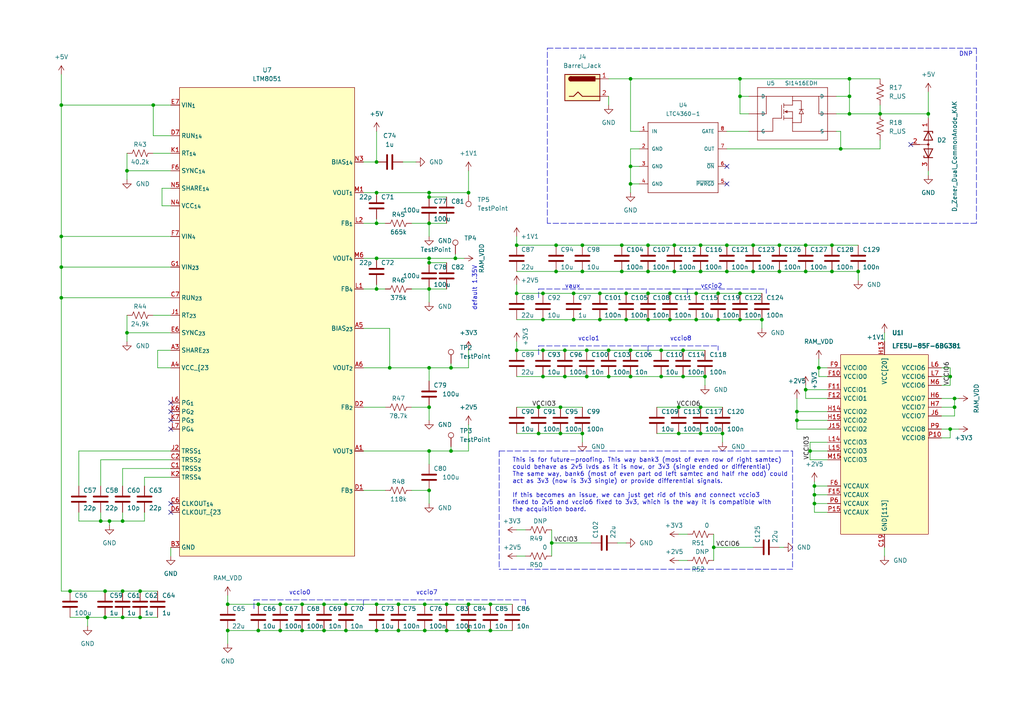
<source format=kicad_sch>
(kicad_sch (version 20211123) (generator eeschema)
  (paper "A4")
  (title_block (title "ECP5U85-BSE-USB Breakout board") (date "2022-02-02") (rev "A") (company "OEPS") (comment 1 "Aarón Cuevas López"))
  (junction (at 36.83 49.53))
  (junction (at 241.3 71.12))
  (junction (at 40.64 179.07))
  (junction (at 195.58 78.74))
  (junction (at 233.68 71.12))
  (junction (at 124.46 76.2))
  (junction (at 123.19 175.26))
  (junction (at 214.63 85.09))
  (junction (at 93.98 175.26))
  (junction (at 161.29 71.12))
  (junction (at 161.29 78.74))
  (junction (at 237.49 106.68))
  (junction (at 115.57 182.88))
  (junction (at 113.03 106.68))
  (junction (at 40.64 171.45))
  (junction (at 208.28 92.71))
  (junction (at 109.22 182.88))
  (junction (at 17.78 68.58))
  (junction (at 204.47 109.22))
  (junction (at 198.12 109.22))
  (junction (at 203.2 125.73))
  (junction (at 168.91 125.73))
  (junction (at 160.02 157.48))
  (junction (at 130.81 106.68))
  (junction (at 187.96 92.71))
  (junction (at 234.95 130.81))
  (junction (at 187.96 78.74))
  (junction (at 170.18 109.22))
  (junction (at 201.93 92.71))
  (junction (at 35.56 171.45))
  (junction (at 246.38 22.86))
  (junction (at 218.44 71.12))
  (junction (at 166.37 92.71))
  (junction (at 129.54 175.26))
  (junction (at 209.55 125.73))
  (junction (at 20.32 171.45))
  (junction (at 233.68 78.74))
  (junction (at 17.78 77.47))
  (junction (at 220.98 92.71))
  (junction (at 135.89 175.26))
  (junction (at 135.89 55.88))
  (junction (at 180.34 78.74))
  (junction (at 157.48 92.71))
  (junction (at 210.82 71.12))
  (junction (at 195.58 71.12))
  (junction (at 35.56 179.07))
  (junction (at 214.63 22.86))
  (junction (at 201.93 85.09))
  (junction (at 124.46 55.88))
  (junction (at 182.88 109.22))
  (junction (at 124.46 106.68))
  (junction (at 135.89 182.88))
  (junction (at 194.31 85.09))
  (junction (at 182.88 101.6))
  (junction (at 124.46 74.93))
  (junction (at 168.91 78.74))
  (junction (at 130.81 130.81))
  (junction (at 17.78 86.36))
  (junction (at 109.22 74.93))
  (junction (at 181.61 85.09))
  (junction (at 30.48 179.07))
  (junction (at 196.85 118.11))
  (junction (at 276.86 118.11))
  (junction (at 241.3 78.74))
  (junction (at 182.88 22.86))
  (junction (at 163.83 109.22))
  (junction (at 66.04 175.26))
  (junction (at 166.37 85.09))
  (junction (at 194.31 92.71))
  (junction (at 157.48 109.22))
  (junction (at 109.22 46.99))
  (junction (at 275.59 109.22))
  (junction (at 182.88 48.26))
  (junction (at 236.22 143.51))
  (junction (at 124.46 64.77))
  (junction (at 233.68 113.03))
  (junction (at 25.4 179.07))
  (junction (at 168.91 71.12))
  (junction (at 176.53 101.6))
  (junction (at 149.86 101.6))
  (junction (at 203.2 118.11))
  (junction (at 176.53 109.22))
  (junction (at 30.48 171.45))
  (junction (at 29.21 151.13))
  (junction (at 87.63 175.26))
  (junction (at 124.46 118.11))
  (junction (at 124.46 142.24))
  (junction (at 109.22 175.26))
  (junction (at 276.86 115.57))
  (junction (at 173.99 92.71))
  (junction (at 31.75 151.13))
  (junction (at 198.12 101.6))
  (junction (at 275.59 124.46))
  (junction (at 81.28 175.26))
  (junction (at 109.22 55.88))
  (junction (at 170.18 101.6))
  (junction (at 124.46 57.15))
  (junction (at 156.21 125.73))
  (junction (at 124.46 130.81))
  (junction (at 100.33 175.26))
  (junction (at 35.56 151.13))
  (junction (at 231.14 121.92))
  (junction (at 149.86 85.09))
  (junction (at 66.04 182.88))
  (junction (at 182.88 53.34))
  (junction (at 226.06 71.12))
  (junction (at 149.86 71.12))
  (junction (at 74.93 182.88))
  (junction (at 196.85 125.73))
  (junction (at 248.92 78.74))
  (junction (at 162.56 118.11))
  (junction (at 123.19 182.88))
  (junction (at 162.56 125.73))
  (junction (at 142.24 175.26))
  (junction (at 243.84 43.18))
  (junction (at 269.24 33.02))
  (junction (at 208.28 85.09))
  (junction (at 36.83 96.52))
  (junction (at 187.96 71.12))
  (junction (at 210.82 78.74))
  (junction (at 93.98 182.88))
  (junction (at 181.61 92.71))
  (junction (at 203.2 71.12))
  (junction (at 44.45 30.48))
  (junction (at 87.63 182.88))
  (junction (at 187.96 85.09))
  (junction (at 226.06 78.74))
  (junction (at 81.28 182.88))
  (junction (at 246.38 33.02))
  (junction (at 74.93 175.26))
  (junction (at 100.33 182.88))
  (junction (at 142.24 182.88))
  (junction (at 191.77 101.6))
  (junction (at 157.48 101.6))
  (junction (at 109.22 64.77))
  (junction (at 163.83 101.6))
  (junction (at 191.77 109.22))
  (junction (at 124.46 83.82))
  (junction (at 109.22 83.82))
  (junction (at 17.78 30.48))
  (junction (at 180.34 71.12))
  (junction (at 236.22 146.05))
  (junction (at 231.14 119.38))
  (junction (at 129.54 182.88))
  (junction (at 218.44 78.74))
  (junction (at 115.57 175.26))
  (junction (at 246.38 27.94))
  (junction (at 214.63 92.71))
  (junction (at 132.08 74.93))
  (junction (at 156.21 118.11))
  (junction (at 255.27 33.02))
  (junction (at 173.99 85.09))
  (junction (at 207.01 158.75))
  (junction (at 203.2 78.74))
  (junction (at 236.22 140.97))
  (junction (at 157.48 85.09))
  (junction (at 214.63 27.94))
  (no_connect (at 49.53 146.05))
  (no_connect (at 49.53 148.59))
  (no_connect (at 49.53 124.46))
  (no_connect (at 49.53 116.84))
  (no_connect (at 49.53 119.38))
  (no_connect (at 49.53 121.92))
  (no_connect (at 210.82 53.34))
  (no_connect (at 210.82 48.26))
  (no_connect (at 264.16 41.91))
  (wire (pts (xy 214.63 27.94) (xy 217.17 27.94)))
  (wire (pts (xy 109.22 175.26) (xy 115.57 175.26)))
  (wire (pts (xy 132.08 74.93) (xy 134.62 74.93)))
  (wire (pts (xy 191.77 109.22) (xy 198.12 109.22)))
  (wire (pts (xy 17.78 30.48) (xy 44.45 30.48)))
  (wire (pts (xy 132.08 73.66) (xy 132.08 74.93)))
  (wire (pts (xy 29.21 133.35) (xy 29.21 140.97)))
  (wire (pts (xy 17.78 86.36) (xy 17.78 171.45)))
  (wire (pts (xy 246.38 33.02) (xy 246.38 27.94)))
  (wire (pts (xy 41.91 148.59) (xy 41.91 151.13)))
  (wire (pts (xy 226.06 158.75) (xy 227.33 158.75)))
  (wire (pts (xy 109.22 83.82) (xy 111.76 83.82)))
  (wire (pts (xy 176.53 109.22) (xy 182.88 109.22)))
  (wire (pts (xy 93.98 182.88) (xy 100.33 182.88)))
  (wire (pts (xy 275.59 127) (xy 275.59 124.46)))
  (wire (pts (xy 242.57 38.1) (xy 243.84 38.1)))
  (wire (pts (xy 81.28 175.26) (xy 87.63 175.26)))
  (wire (pts (xy 105.41 64.77) (xy 109.22 64.77)))
  (polyline (pts (xy 187.96 100.33) (xy 208.28 100.33)))
  (wire (pts (xy 201.93 92.71) (xy 208.28 92.71)))
  (wire (pts (xy 109.22 182.88) (xy 115.57 182.88)))
  (wire (pts (xy 46.99 59.69) (xy 49.53 59.69)))
  (wire (pts (xy 236.22 143.51) (xy 240.03 143.51)))
  (wire (pts (xy 168.91 78.74) (xy 180.34 78.74)))
  (wire (pts (xy 124.46 64.77) (xy 129.54 64.77)))
  (wire (pts (xy 190.5 125.73) (xy 196.85 125.73)))
  (wire (pts (xy 119.38 142.24) (xy 124.46 142.24)))
  (wire (pts (xy 25.4 179.07) (xy 30.48 179.07)))
  (wire (pts (xy 255.27 33.02) (xy 269.24 33.02)))
  (wire (pts (xy 46.99 54.61) (xy 46.99 59.69)))
  (wire (pts (xy 173.99 85.09) (xy 181.61 85.09)))
  (wire (pts (xy 180.34 78.74) (xy 187.96 78.74)))
  (polyline (pts (xy 156.21 100.33) (xy 187.96 100.33)))
  (wire (pts (xy 275.59 109.22) (xy 275.59 106.68)))
  (wire (pts (xy 81.28 182.88) (xy 87.63 182.88)))
  (wire (pts (xy 166.37 92.71) (xy 173.99 92.71)))
  (wire (pts (xy 207.01 158.75) (xy 207.01 154.94)))
  (wire (pts (xy 218.44 78.74) (xy 226.06 78.74)))
  (wire (pts (xy 113.03 95.25) (xy 113.03 106.68)))
  (wire (pts (xy 217.17 33.02) (xy 214.63 33.02)))
  (wire (pts (xy 105.41 142.24) (xy 111.76 142.24)))
  (wire (pts (xy 182.88 109.22) (xy 191.77 109.22)))
  (wire (pts (xy 44.45 44.45) (xy 49.53 44.45)))
  (wire (pts (xy 168.91 125.73) (xy 168.91 128.27)))
  (wire (pts (xy 207.01 162.56) (xy 207.01 158.75)))
  (wire (pts (xy 129.54 175.26) (xy 135.89 175.26)))
  (wire (pts (xy 49.53 39.37) (xy 44.45 39.37)))
  (wire (pts (xy 214.63 92.71) (xy 220.98 92.71)))
  (wire (pts (xy 17.78 171.45) (xy 20.32 171.45)))
  (wire (pts (xy 109.22 82.55) (xy 109.22 83.82)))
  (wire (pts (xy 204.47 109.22) (xy 204.47 111.76)))
  (wire (pts (xy 163.83 101.6) (xy 170.18 101.6)))
  (wire (pts (xy 157.48 109.22) (xy 163.83 109.22)))
  (wire (pts (xy 45.72 101.6) (xy 45.72 106.68)))
  (polyline (pts (xy 199.39 83.82) (xy 222.25 83.82)))
  (wire (pts (xy 35.56 179.07) (xy 40.64 179.07)))
  (polyline (pts (xy 283.21 64.77) (xy 158.75 64.77)))
  (wire (pts (xy 35.56 151.13) (xy 41.91 151.13)))
  (wire (pts (xy 181.61 92.71) (xy 187.96 92.71)))
  (polyline (pts (xy 105.41 173.99) (xy 152.4 173.99)))
  (wire (pts (xy 248.92 78.74) (xy 248.92 81.28)))
  (wire (pts (xy 166.37 85.09) (xy 173.99 85.09)))
  (wire (pts (xy 236.22 140.97) (xy 240.03 140.97)))
  (wire (pts (xy 130.81 130.81) (xy 135.89 130.81)))
  (wire (pts (xy 168.91 71.12) (xy 180.34 71.12)))
  (wire (pts (xy 246.38 33.02) (xy 255.27 33.02)))
  (wire (pts (xy 203.2 71.12) (xy 210.82 71.12)))
  (wire (pts (xy 149.86 101.6) (xy 157.48 101.6)))
  (wire (pts (xy 31.75 151.13) (xy 31.75 152.4)))
  (wire (pts (xy 198.12 109.22) (xy 204.47 109.22)))
  (wire (pts (xy 130.81 106.68) (xy 135.89 106.68)))
  (wire (pts (xy 240.03 128.27) (xy 234.95 128.27)))
  (wire (pts (xy 149.86 99.06) (xy 149.86 101.6)))
  (wire (pts (xy 93.98 175.26) (xy 100.33 175.26)))
  (wire (pts (xy 269.24 26.67) (xy 269.24 33.02)))
  (wire (pts (xy 49.53 101.6) (xy 45.72 101.6)))
  (wire (pts (xy 275.59 111.76) (xy 275.59 109.22)))
  (wire (pts (xy 170.18 101.6) (xy 176.53 101.6)))
  (wire (pts (xy 124.46 57.15) (xy 129.54 57.15)))
  (wire (pts (xy 236.22 146.05) (xy 240.03 146.05)))
  (wire (pts (xy 187.96 85.09) (xy 194.31 85.09)))
  (wire (pts (xy 275.59 124.46) (xy 278.13 124.46)))
  (wire (pts (xy 203.2 118.11) (xy 209.55 118.11)))
  (wire (pts (xy 182.88 53.34) (xy 182.88 55.88)))
  (wire (pts (xy 255.27 30.48) (xy 255.27 33.02)))
  (wire (pts (xy 149.86 71.12) (xy 161.29 71.12)))
  (wire (pts (xy 170.18 109.22) (xy 176.53 109.22)))
  (wire (pts (xy 182.88 48.26) (xy 185.42 48.26)))
  (wire (pts (xy 149.86 161.29) (xy 152.4 161.29)))
  (wire (pts (xy 87.63 182.88) (xy 93.98 182.88)))
  (wire (pts (xy 40.64 179.07) (xy 45.72 179.07)))
  (wire (pts (xy 246.38 22.86) (xy 255.27 22.86)))
  (wire (pts (xy 234.95 130.81) (xy 240.03 130.81)))
  (wire (pts (xy 105.41 118.11) (xy 111.76 118.11)))
  (wire (pts (xy 105.41 130.81) (xy 124.46 130.81)))
  (wire (pts (xy 100.33 182.88) (xy 109.22 182.88)))
  (wire (pts (xy 135.89 123.19) (xy 135.89 130.81)))
  (wire (pts (xy 187.96 92.71) (xy 194.31 92.71)))
  (wire (pts (xy 214.63 22.86) (xy 246.38 22.86)))
  (wire (pts (xy 135.89 175.26) (xy 142.24 175.26)))
  (wire (pts (xy 214.63 33.02) (xy 214.63 27.94)))
  (wire (pts (xy 240.03 121.92) (xy 231.14 121.92)))
  (wire (pts (xy 123.19 182.88) (xy 115.57 182.88)))
  (polyline (pts (xy 152.4 173.99) (xy 152.4 175.26)))
  (wire (pts (xy 119.38 118.11) (xy 124.46 118.11)))
  (wire (pts (xy 273.05 124.46) (xy 275.59 124.46)))
  (wire (pts (xy 220.98 92.71) (xy 220.98 95.25)))
  (wire (pts (xy 273.05 109.22) (xy 275.59 109.22)))
  (wire (pts (xy 187.96 71.12) (xy 195.58 71.12)))
  (wire (pts (xy 236.22 146.05) (xy 236.22 148.59)))
  (wire (pts (xy 273.05 111.76) (xy 275.59 111.76)))
  (wire (pts (xy 124.46 74.93) (xy 124.46 76.2)))
  (wire (pts (xy 269.24 33.02) (xy 269.24 34.29)))
  (wire (pts (xy 135.89 101.6) (xy 135.89 106.68)))
  (wire (pts (xy 124.46 130.81) (xy 124.46 134.62)))
  (wire (pts (xy 180.34 71.12) (xy 187.96 71.12)))
  (polyline (pts (xy 229.87 165.1) (xy 144.78 165.1)))
  (wire (pts (xy 233.68 78.74) (xy 241.3 78.74)))
  (wire (pts (xy 182.88 48.26) (xy 182.88 53.34)))
  (wire (pts (xy 45.72 106.68) (xy 49.53 106.68)))
  (wire (pts (xy 105.41 95.25) (xy 113.03 95.25)))
  (wire (pts (xy 149.86 68.58) (xy 149.86 71.12)))
  (wire (pts (xy 240.03 124.46) (xy 231.14 124.46)))
  (wire (pts (xy 87.63 175.26) (xy 93.98 175.26)))
  (wire (pts (xy 207.01 158.75) (xy 218.44 158.75)))
  (wire (pts (xy 241.3 71.12) (xy 248.92 71.12)))
  (wire (pts (xy 269.24 49.53) (xy 269.24 50.8)))
  (polyline (pts (xy 156.21 86.36) (xy 156.21 83.82)))
  (wire (pts (xy 100.33 175.26) (xy 109.22 175.26)))
  (wire (pts (xy 36.83 49.53) (xy 49.53 49.53)))
  (wire (pts (xy 157.48 92.71) (xy 166.37 92.71)))
  (polyline (pts (xy 283.21 13.97) (xy 283.21 64.77)))
  (wire (pts (xy 129.54 182.88) (xy 135.89 182.88)))
  (wire (pts (xy 149.86 85.09) (xy 157.48 85.09)))
  (wire (pts (xy 119.38 83.82) (xy 124.46 83.82)))
  (wire (pts (xy 162.56 125.73) (xy 168.91 125.73)))
  (wire (pts (xy 176.53 101.6) (xy 182.88 101.6)))
  (wire (pts (xy 41.91 138.43) (xy 41.91 140.97)))
  (wire (pts (xy 124.46 106.68) (xy 130.81 106.68)))
  (wire (pts (xy 208.28 92.71) (xy 214.63 92.71)))
  (wire (pts (xy 49.53 138.43) (xy 41.91 138.43)))
  (wire (pts (xy 149.86 82.55) (xy 149.86 85.09)))
  (wire (pts (xy 201.93 85.09) (xy 208.28 85.09)))
  (wire (pts (xy 182.88 43.18) (xy 182.88 48.26)))
  (wire (pts (xy 196.85 118.11) (xy 203.2 118.11)))
  (wire (pts (xy 240.03 115.57) (xy 233.68 115.57)))
  (wire (pts (xy 105.41 55.88) (xy 109.22 55.88)))
  (wire (pts (xy 124.46 118.11) (xy 124.46 121.92)))
  (polyline (pts (xy 229.87 130.81) (xy 229.87 165.1)))
  (wire (pts (xy 203.2 78.74) (xy 210.82 78.74)))
  (wire (pts (xy 109.22 74.93) (xy 124.46 74.93)))
  (wire (pts (xy 124.46 55.88) (xy 124.46 57.15)))
  (wire (pts (xy 74.93 182.88) (xy 81.28 182.88)))
  (wire (pts (xy 49.53 130.81) (xy 22.86 130.81)))
  (wire (pts (xy 156.21 125.73) (xy 162.56 125.73)))
  (wire (pts (xy 36.83 96.52) (xy 36.83 99.06)))
  (wire (pts (xy 210.82 71.12) (xy 218.44 71.12)))
  (wire (pts (xy 255.27 43.18) (xy 255.27 40.64)))
  (wire (pts (xy 182.88 22.86) (xy 214.63 22.86)))
  (wire (pts (xy 196.85 154.94) (xy 199.39 154.94)))
  (wire (pts (xy 243.84 43.18) (xy 255.27 43.18)))
  (polyline (pts (xy 73.66 176.53) (xy 73.66 173.99)))
  (polyline (pts (xy 195.58 83.82) (xy 199.39 83.82)))
  (wire (pts (xy 29.21 148.59) (xy 29.21 151.13)))
  (polyline (pts (xy 144.78 130.81) (xy 144.78 165.1)))
  (wire (pts (xy 124.46 64.77) (xy 124.46 68.58)))
  (wire (pts (xy 231.14 119.38) (xy 231.14 115.57)))
  (wire (pts (xy 234.95 130.81) (xy 234.95 133.35)))
  (wire (pts (xy 109.22 63.5) (xy 109.22 64.77)))
  (wire (pts (xy 160.02 161.29) (xy 160.02 157.48)))
  (wire (pts (xy 240.03 148.59) (xy 236.22 148.59)))
  (wire (pts (xy 182.88 101.6) (xy 191.77 101.6)))
  (wire (pts (xy 276.86 115.57) (xy 278.13 115.57)))
  (wire (pts (xy 160.02 157.48) (xy 160.02 153.67)))
  (wire (pts (xy 233.68 71.12) (xy 241.3 71.12)))
  (wire (pts (xy 246.38 27.94) (xy 246.38 22.86)))
  (wire (pts (xy 44.45 30.48) (xy 49.53 30.48)))
  (wire (pts (xy 179.07 157.48) (xy 181.61 157.48)))
  (wire (pts (xy 124.46 142.24) (xy 124.46 146.05)))
  (wire (pts (xy 36.83 44.45) (xy 36.83 49.53)))
  (wire (pts (xy 237.49 106.68) (xy 237.49 109.22)))
  (wire (pts (xy 214.63 85.09) (xy 220.98 85.09)))
  (wire (pts (xy 156.21 118.11) (xy 162.56 118.11)))
  (wire (pts (xy 240.03 119.38) (xy 231.14 119.38)))
  (wire (pts (xy 113.03 106.68) (xy 124.46 106.68)))
  (wire (pts (xy 36.83 49.53) (xy 36.83 52.07)))
  (wire (pts (xy 17.78 77.47) (xy 17.78 68.58)))
  (wire (pts (xy 181.61 85.09) (xy 187.96 85.09)))
  (polyline (pts (xy 144.78 130.81) (xy 229.87 130.81)))
  (polyline (pts (xy 158.75 13.97) (xy 283.21 13.97)))
  (wire (pts (xy 149.86 92.71) (xy 157.48 92.71)))
  (wire (pts (xy 44.45 39.37) (xy 44.45 30.48)))
  (wire (pts (xy 203.2 125.73) (xy 209.55 125.73)))
  (wire (pts (xy 242.57 33.02) (xy 246.38 33.02)))
  (wire (pts (xy 218.44 71.12) (xy 226.06 71.12)))
  (wire (pts (xy 214.63 27.94) (xy 214.63 22.86)))
  (wire (pts (xy 49.53 135.89) (xy 35.56 135.89)))
  (wire (pts (xy 20.32 179.07) (xy 25.4 179.07)))
  (wire (pts (xy 116.84 46.99) (xy 120.65 46.99)))
  (wire (pts (xy 185.42 38.1) (xy 182.88 38.1)))
  (wire (pts (xy 240.03 113.03) (xy 233.68 113.03)))
  (polyline (pts (xy 105.41 173.99) (xy 105.41 176.53)))
  (wire (pts (xy 190.5 118.11) (xy 196.85 118.11)))
  (wire (pts (xy 273.05 118.11) (xy 276.86 118.11)))
  (wire (pts (xy 149.86 153.67) (xy 152.4 153.67)))
  (wire (pts (xy 17.78 68.58) (xy 17.78 30.48)))
  (wire (pts (xy 123.19 175.26) (xy 129.54 175.26)))
  (wire (pts (xy 105.41 74.93) (xy 109.22 74.93)))
  (wire (pts (xy 191.77 101.6) (xy 198.12 101.6)))
  (wire (pts (xy 36.83 91.44) (xy 36.83 96.52)))
  (wire (pts (xy 198.12 101.6) (xy 204.47 101.6)))
  (wire (pts (xy 162.56 118.11) (xy 168.91 118.11)))
  (polyline (pts (xy 158.75 64.77) (xy 158.75 13.97)))
  (wire (pts (xy 242.57 27.94) (xy 246.38 27.94)))
  (wire (pts (xy 22.86 148.59) (xy 22.86 151.13)))
  (wire (pts (xy 157.48 85.09) (xy 166.37 85.09)))
  (wire (pts (xy 157.48 101.6) (xy 163.83 101.6)))
  (wire (pts (xy 149.86 78.74) (xy 161.29 78.74)))
  (wire (pts (xy 161.29 71.12) (xy 168.91 71.12)))
  (wire (pts (xy 135.89 49.53) (xy 135.89 55.88)))
  (polyline (pts (xy 73.66 173.99) (xy 105.41 173.99)))
  (wire (pts (xy 276.86 118.11) (xy 276.86 120.65)))
  (wire (pts (xy 105.41 83.82) (xy 109.22 83.82)))
  (wire (pts (xy 160.02 157.48) (xy 171.45 157.48)))
  (wire (pts (xy 234.95 128.27) (xy 234.95 130.81)))
  (wire (pts (xy 163.83 109.22) (xy 170.18 109.22)))
  (polyline (pts (xy 199.39 83.82) (xy 199.39 86.36)))
  (wire (pts (xy 240.03 109.22) (xy 237.49 109.22)))
  (wire (pts (xy 66.04 175.26) (xy 74.93 175.26)))
  (wire (pts (xy 22.86 151.13) (xy 29.21 151.13)))
  (polyline (pts (xy 208.28 100.33) (xy 208.28 101.6)))
  (wire (pts (xy 17.78 86.36) (xy 17.78 77.47)))
  (wire (pts (xy 208.28 85.09) (xy 214.63 85.09)))
  (wire (pts (xy 273.05 115.57) (xy 276.86 115.57)))
  (wire (pts (xy 124.46 74.93) (xy 132.08 74.93)))
  (wire (pts (xy 187.96 78.74) (xy 195.58 78.74)))
  (wire (pts (xy 234.95 133.35) (xy 240.03 133.35)))
  (wire (pts (xy 66.04 182.88) (xy 74.93 182.88)))
  (wire (pts (xy 256.54 158.75) (xy 256.54 161.29)))
  (wire (pts (xy 210.82 38.1) (xy 217.17 38.1)))
  (wire (pts (xy 194.31 92.71) (xy 201.93 92.71)))
  (wire (pts (xy 124.46 106.68) (xy 124.46 110.49)))
  (wire (pts (xy 210.82 78.74) (xy 218.44 78.74)))
  (wire (pts (xy 196.85 125.73) (xy 203.2 125.73)))
  (wire (pts (xy 149.86 125.73) (xy 156.21 125.73)))
  (wire (pts (xy 123.19 182.88) (xy 129.54 182.88)))
  (wire (pts (xy 44.45 91.44) (xy 49.53 91.44)))
  (wire (pts (xy 124.46 130.81) (xy 130.81 130.81)))
  (wire (pts (xy 74.93 175.26) (xy 81.28 175.26)))
  (wire (pts (xy 231.14 121.92) (xy 231.14 119.38)))
  (wire (pts (xy 233.68 115.57) (xy 233.68 113.03)))
  (wire (pts (xy 142.24 182.88) (xy 148.59 182.88)))
  (wire (pts (xy 49.53 77.47) (xy 17.78 77.47)))
  (wire (pts (xy 256.54 96.52) (xy 256.54 99.06)))
  (wire (pts (xy 185.42 43.18) (xy 182.88 43.18)))
  (wire (pts (xy 161.29 78.74) (xy 168.91 78.74)))
  (wire (pts (xy 40.64 171.45) (xy 45.72 171.45)))
  (polyline (pts (xy 156.21 83.82) (xy 195.58 83.82)))
  (wire (pts (xy 17.78 21.59) (xy 17.78 30.48)))
  (wire (pts (xy 196.85 162.56) (xy 199.39 162.56)))
  (wire (pts (xy 66.04 172.72) (xy 66.04 175.26)))
  (wire (pts (xy 20.32 171.45) (xy 30.48 171.45)))
  (polyline (pts (xy 187.96 100.33) (xy 187.96 102.87)))
  (polyline (pts (xy 156.21 102.87) (xy 156.21 100.33)))
  (wire (pts (xy 35.56 135.89) (xy 35.56 140.97)))
  (wire (pts (xy 130.81 105.41) (xy 130.81 106.68)))
  (wire (pts (xy 109.22 64.77) (xy 111.76 64.77)))
  (wire (pts (xy 236.22 140.97) (xy 236.22 143.51)))
  (wire (pts (xy 49.53 86.36) (xy 17.78 86.36)))
  (wire (pts (xy 176.53 22.86) (xy 182.88 22.86)))
  (wire (pts (xy 173.99 92.71) (xy 181.61 92.71)))
  (wire (pts (xy 231.14 124.46) (xy 231.14 121.92)))
  (wire (pts (xy 233.68 113.03) (xy 233.68 111.76)))
  (wire (pts (xy 273.05 127) (xy 275.59 127)))
  (wire (pts (xy 25.4 179.07) (xy 25.4 181.61)))
  (wire (pts (xy 22.86 130.81) (xy 22.86 140.97)))
  (wire (pts (xy 195.58 71.12) (xy 203.2 71.12)))
  (wire (pts (xy 124.46 55.88) (xy 135.89 55.88)))
  (wire (pts (xy 29.21 151.13) (xy 31.75 151.13)))
  (wire (pts (xy 237.49 106.68) (xy 240.03 106.68)))
  (wire (pts (xy 124.46 76.2) (xy 129.54 76.2)))
  (wire (pts (xy 49.53 68.58) (xy 17.78 68.58)))
  (wire (pts (xy 124.46 83.82) (xy 124.46 87.63)))
  (wire (pts (xy 149.86 118.11) (xy 156.21 118.11)))
  (wire (pts (xy 236.22 139.7) (xy 236.22 140.97)))
  (wire (pts (xy 109.22 55.88) (xy 124.46 55.88)))
  (wire (pts (xy 31.75 151.13) (xy 35.56 151.13)))
  (wire (pts (xy 182.88 38.1) (xy 182.88 22.86)))
  (wire (pts (xy 105.41 106.68) (xy 113.03 106.68)))
  (wire (pts (xy 119.38 64.77) (xy 124.46 64.77)))
  (wire (pts (xy 30.48 171.45) (xy 35.56 171.45)))
  (wire (pts (xy 226.06 78.74) (xy 233.68 78.74)))
  (wire (pts (xy 109.22 38.1) (xy 109.22 46.99)))
  (wire (pts (xy 130.81 129.54) (xy 130.81 130.81)))
  (wire (pts (xy 135.89 182.88) (xy 142.24 182.88)))
  (polyline (pts (xy 222.25 83.82) (xy 222.25 85.09)))
  (wire (pts (xy 35.56 171.45) (xy 40.64 171.45)))
  (wire (pts (xy 49.53 54.61) (xy 46.99 54.61)))
  (wire (pts (xy 142.24 175.26) (xy 148.59 175.26)))
  (wire (pts (xy 226.06 71.12) (xy 233.68 71.12)))
  (wire (pts (xy 66.04 182.88) (xy 66.04 186.69)))
  (wire (pts (xy 276.86 115.57) (xy 276.86 118.11)))
  (wire (pts (xy 49.53 133.35) (xy 29.21 133.35)))
  (wire (pts (xy 35.56 148.59) (xy 35.56 151.13)))
  (wire (pts (xy 182.88 53.34) (xy 185.42 53.34)))
  (wire (pts (xy 194.31 85.09) (xy 201.93 85.09)))
  (wire (pts (xy 123.19 175.26) (xy 115.57 175.26)))
  (wire (pts (xy 49.53 158.75) (xy 49.53 161.29)))
  (wire (pts (xy 124.46 83.82) (xy 129.54 83.82)))
  (wire (pts (xy 209.55 125.73) (xy 209.55 128.27)))
  (wire (pts (xy 149.86 109.22) (xy 157.48 109.22)))
  (wire (pts (xy 276.86 120.65) (xy 273.05 120.65)))
  (wire (pts (xy 195.58 78.74) (xy 203.2 78.74)))
  (wire (pts (xy 36.83 96.52) (xy 49.53 96.52)))
  (wire (pts (xy 243.84 38.1) (xy 243.84 43.18)))
  (wire (pts (xy 105.41 46.99) (xy 109.22 46.99)))
  (wire (pts (xy 210.82 43.18) (xy 243.84 43.18)))
  (wire (pts (xy 176.53 27.94) (xy 176.53 30.48)))
  (wire (pts (xy 236.22 143.51) (xy 236.22 146.05)))
  (wire (pts (xy 273.05 106.68) (xy 275.59 106.68)))
  (wire (pts (xy 237.49 104.14) (xy 237.49 106.68)))
  (wire (pts (xy 30.48 179.07) (xy 35.56 179.07)))
  (wire (pts (xy 241.3 78.74) (xy 248.92 78.74)))
  (text "DNP\n" (at 278.13 16.51 0) (effects (font (size 1.27 1.27)) (justify left bottom)))
  (text "This is for future-proofing. This way bank3 (most of even row of right samtec)\ncould behave as 2v5 lvds as it is now, or 3v3 (single ended or differential)\nThe same way, bank6 (most of even part od left samtec and half rhe odd) could\nact as 3v3 (now is 3v3 single) or provide differential signals.\n\nIf this becomes an issue, we can just get rid of this and connect vccio3\nfixed to 2v5 and vccio6 fixed to 3v3, which is the way it is compatible with\nthe acquisition board." (at 148.59 148.59 0) (effects (font (size 1.27 1.27)) (justify left bottom)))
  (text "vccio2" (at 203.2 83.82 0) (effects (font (size 1.27 1.27)) (justify left bottom)))
  (text "vccio7" (at 120.65 172.72 0) (effects (font (size 1.27 1.27)) (justify left bottom)))
  (text "default 1.35V" (at 138.43 90.17 90) (effects (font (size 1.27 1.27)) (justify left bottom)))
  (text "vccio8" (at 194.31 99.06 0) (effects (font (size 1.27 1.27)) (justify left bottom)))
  (text "vccio0\n" (at 83.82 172.72 0) (effects (font (size 1.27 1.27)) (justify left bottom)))
  (text "vaux" (at 163.83 83.82 0) (effects (font (size 1.27 1.27)) (justify left bottom)))
  (text "vccio1" (at 167.64 99.06 0) (effects (font (size 1.27 1.27)) (justify left bottom)))
  (label "VCCIO3" (at 167.64 157.48 180))
  (label "VCCIO6" (at 203.2 118.11 180))
  (label "VCCIO6" (at 275.59 111.76 90))
  (label "VCCIO3" (at 161.29 118.11 180))
  (label "VCCIO6" (at 214.63 158.75 180))
  (label "VCCIO3" (at 234.95 133.35 90))
  (symbol (lib_id "Device:C") (at 113.03 46.99 90) (unit 1)
    (property "Reference" "C74" (at 113.03 39.37 90))
    (property "Value" "1u" (at 113.03 41.91 90))
  )
  (symbol (lib_id "Connector:TestPoint") (at 130.81 105.41 0) (unit 1)
    (property "Reference" "TP2" (at 133.35 100.8379 0) (effects (justify left)))
    (property "Value" "TestPoint" (at 133.35 103.3779 0) (effects (justify left)))
  )
  (symbol (lib_id "power:GND") (at 36.83 52.07 0) (unit 1)
    (property "Reference" "#PWR043" (effects hide))
    (property "Value" "GND" (at 39.37 53.3399 0) (effects (justify left)))
  )
  (symbol (lib_id "Device:C") (at 124.46 114.3 0) (unit 1)
    (property "Reference" "C79" (at 125.73 111.76 0) (effects (justify left)))
    (property "Value" "100u" (at 128.27 114.3 0) (effects (justify left)))
  )
  (symbol (lib_id "Device:C") (at 201.93 88.9 0) (unit 1)
    (property "Reference" "C115" (at 203.2 86.36 0) (effects (justify left)))
    (property "Value" "10u" (at 203.2 91.44 0) (effects (justify left)))
  )
  (symbol (lib_id "Device:C") (at 241.3 74.93 0) (unit 1)
    (property "Reference" "C128" (at 242.57 72.39 0) (effects (justify left)))
    (property "Value" "100n" (at 242.57 77.47 0) (effects (justify left)))
  )
  (symbol (lib_id "power:GND") (at 25.4 181.61 0) (unit 1)
    (property "Reference" "#PWR041" (effects hide))
    (property "Value" "GND" (at 25.4 186.69 0))
  )
  (symbol (lib_id "power:GND") (at 176.53 30.48 0) (unit 1)
    (property "Reference" "#PWR0146" (effects hide))
    (property "Value" "GND" (at 176.53 35.56 0))
  )
  (symbol (lib_id "power:+2V5") (at 236.22 139.7 0) (unit 1)
    (property "Reference" "#PWR073" (effects hide))
    (property "Value" "+2V5" (at 236.22 134.62 0))
  )
  (symbol (lib_id "power:GND") (at 124.46 121.92 0) (unit 1)
    (property "Reference" "#PWR052" (effects hide))
    (property "Value" "GND" (at 127 123.1899 0) (effects (justify left)))
  )
  (symbol (lib_id "power:GND") (at 124.46 146.05 0) (unit 1)
    (property "Reference" "#PWR053" (effects hide))
    (property "Value" "GND" (at 127 147.3199 0) (effects (justify left)))
  )
  (symbol (lib_id "Device:C") (at 187.96 74.93 0) (unit 1)
    (property "Reference" "C107" (at 189.23 72.39 0) (effects (justify left)))
    (property "Value" "100n" (at 189.23 77.47 0) (effects (justify left)))
  )
  (symbol (lib_id "Device:R_US") (at 156.21 153.67 90) (unit 1)
    (property "Reference" "R49" (at 157.48 156.21 90) (effects (justify left)))
    (property "Value" "DNP" (at 158.75 151.13 90) (effects (justify left)))
  )
  (symbol (lib_id "ecp5u85-bse-usb:SI1416EDH") (at 229.87 33.02 0) (unit 1)
    (property "Reference" "U5" (at 223.52 24.13 0) (effects (font (size 1.143 1.143))))
    (property "Value" "SI1416EDH" (at 232.41 24.13 0) (effects (font (size 1.143 1.143))))
    (property "Footprint" "SI1416EDH_SC-70-6L" (effects hide))
  )
  (symbol (lib_id "Device:C") (at 129.54 60.96 0) (unit 1)
    (property "Reference" "C81" (at 130.81 58.42 0) (effects (justify left)))
    (property "Value" "100u" (at 125.73 63.5 0) (effects (justify left)))
  )
  (symbol (lib_id "Device:C") (at 222.25 158.75 90) (unit 1)
    (property "Reference" "C125" (at 219.71 157.48 0) (effects (justify left)))
    (property "Value" "22u" (at 224.79 157.48 0) (effects (justify left)))
  )
  (symbol (lib_id "Device:C") (at 168.91 74.93 0) (unit 1)
    (property "Reference" "C98" (at 170.18 72.39 0) (effects (justify left)))
    (property "Value" "10u" (at 170.18 77.47 0) (effects (justify left)))
  )
  (symbol (lib_id "Device:C") (at 226.06 74.93 0) (unit 1)
    (property "Reference" "C126" (at 227.33 72.39 0) (effects (justify left)))
    (property "Value" "100n" (at 227.33 77.47 0) (effects (justify left)))
  )
  (symbol (lib_id "Device:C") (at 181.61 88.9 0) (unit 1)
    (property "Reference" "C105" (at 182.88 86.36 0) (effects (justify left)))
    (property "Value" "100n" (at 182.88 91.44 0) (effects (justify left)))
  )
  (symbol (lib_id "Device:R_US") (at 40.64 91.44 90) (unit 1)
    (property "Reference" "R44" (at 40.64 88.9 90))
    (property "Value" "24.9k" (at 40.64 93.98 90))
  )
  (symbol (lib_id "Device:C") (at 100.33 179.07 0) (unit 1)
    (property "Reference" "C70" (at 101.6 176.53 0) (effects (justify left)))
    (property "Value" "10n" (at 101.6 181.61 0) (effects (justify left)))
  )
  (symbol (lib_id "ecp5u85-bse-usb:RAM_VDD") (at 134.62 74.93 270) (unit 1)
    (property "Reference" "#PWR054" (effects hide))
    (property "Value" "RAM_VDD" (at 139.7 74.93 0))
  )
  (symbol (lib_id "Device:C") (at 135.89 179.07 0) (unit 1)
    (property "Reference" "C84" (at 137.16 176.53 0) (effects (justify left)))
    (property "Value" "10n" (at 137.16 181.61 0) (effects (justify left)))
  )
  (symbol (lib_id "Device:C") (at 35.56 175.26 0) (unit 1)
    (property "Reference" "C61" (at 36.83 172.72 0) (effects (justify left)))
    (property "Value" "1u" (at 36.83 177.8 0) (effects (justify left)))
  )
  (symbol (lib_id "Device:C") (at 124.46 60.96 0) (unit 1)
    (property "Reference" "C77" (at 125.73 58.42 0) (effects (justify left)))
    (property "Value" "100u" (at 116.84 60.96 0) (effects (justify left)))
  )
  (symbol (lib_id "Device:C") (at 148.59 179.07 0) (unit 1)
    (property "Reference" "C86" (at 149.86 176.53 0) (effects (justify left)))
    (property "Value" "10n" (at 149.86 181.61 0) (effects (justify left)))
  )
  (symbol (lib_id "Device:C") (at 203.2 74.93 0) (unit 1)
    (property "Reference" "C116" (at 204.47 72.39 0) (effects (justify left)))
    (property "Value" "100n" (at 204.47 77.47 0) (effects (justify left)))
  )
  (symbol (lib_id "Device:R_US") (at 115.57 64.77 90) (unit 1)
    (property "Reference" "R45" (at 115.57 62.23 90))
    (property "Value" "665k" (at 115.57 67.31 90))
  )
  (symbol (lib_id "Device:C") (at 149.86 88.9 0) (unit 1)
    (property "Reference" "C88" (at 151.13 86.36 0) (effects (justify left)))
    (property "Value" "22u" (at 151.13 91.44 0) (effects (justify left)))
  )
  (symbol (lib_id "power:+2V5") (at 196.85 162.56 90) (unit 1)
    (property "Reference" "#PWR066" (effects hide))
    (property "Value" "+2V5" (at 195.58 160.02 90))
  )
  (symbol (lib_id "power:GND") (at 124.46 68.58 0) (unit 1)
    (property "Reference" "#PWR050" (effects hide))
    (property "Value" "GND" (at 127 69.8499 0) (effects (justify left)))
  )
  (symbol (lib_id "Device:C") (at 187.96 88.9 0) (unit 1)
    (property "Reference" "C108" (at 189.23 86.36 0) (effects (justify left)))
    (property "Value" "100n" (at 189.23 91.44 0) (effects (justify left)))
  )
  (symbol (lib_id "Device:C") (at 210.82 74.93 0) (unit 1)
    (property "Reference" "C121" (at 212.09 72.39 0) (effects (justify left)))
    (property "Value" "100n" (at 212.09 77.47 0) (effects (justify left)))
  )
  (symbol (lib_id "power:GND") (at 124.46 87.63 0) (unit 1)
    (property "Reference" "#PWR051" (effects hide))
    (property "Value" "GND" (at 127 88.8999 0) (effects (justify left)))
  )
  (symbol (lib_id "Device:R_US") (at 255.27 36.83 0) (unit 1)
    (property "Reference" "R18" (at 257.81 35.5599 0) (effects (justify left)))
    (property "Value" "R_US" (at 257.81 38.0999 0) (effects (justify left)))
  )
  (symbol (lib_id "power:+1V1") (at 135.89 49.53 0) (unit 1)
    (property "Reference" "#PWR055" (effects hide))
    (property "Value" "+1V1" (at 135.89 44.45 0))
  )
  (symbol (lib_id "Device:C") (at 168.91 121.92 0) (unit 1)
    (property "Reference" "C99" (at 170.18 119.38 0) (effects (justify left)))
    (property "Value" "100n" (at 170.18 124.46 0) (effects (justify left)))
  )
  (symbol (lib_id "Device:C") (at 194.31 88.9 0) (unit 1)
    (property "Reference" "C111" (at 195.58 86.36 0) (effects (justify left)))
    (property "Value" "100n" (at 195.58 91.44 0) (effects (justify left)))
  )
  (symbol (lib_id "power:GND") (at 182.88 55.88 0) (unit 1)
    (property "Reference" "#PWR0144" (effects hide))
    (property "Value" "GND" (at 182.88 60.96 0))
  )
  (symbol (lib_id "power:+2V5") (at 149.86 82.55 0) (unit 1)
    (property "Reference" "#PWR059" (effects hide))
    (property "Value" "+2V5" (at 153.67 81.28 0))
  )
  (symbol (lib_id "power:+2V5") (at 135.89 123.19 0) (unit 1)
    (property "Reference" "#PWR057" (effects hide))
    (property "Value" "+2V5" (at 135.89 118.11 0))
  )
  (symbol (lib_id "Device:C") (at 29.21 144.78 0) (unit 1)
    (property "Reference" "C58" (at 30.48 142.24 0) (effects (justify left)))
    (property "Value" "22p" (at 30.48 147.32 0) (effects (justify left)))
  )
  (symbol (lib_id "power:GND") (at 168.91 128.27 0) (unit 1)
    (property "Reference" "#PWR063" (effects hide))
    (property "Value" "GND" (at 171.45 129.5399 0) (effects (justify left)))
  )
  (symbol (lib_id "Device:C") (at 233.68 74.93 0) (unit 1)
    (property "Reference" "C127" (at 234.95 72.39 0) (effects (justify left)))
    (property "Value" "100n" (at 234.95 77.47 0) (effects (justify left)))
  )
  (symbol (lib_id "power:+3V3") (at 196.85 154.94 90) (unit 1)
    (property "Reference" "#PWR065" (effects hide))
    (property "Value" "+3V3" (at 198.12 152.4 90) (effects (justify left)))
  )
  (symbol (lib_id "Device:C") (at 208.28 88.9 0) (unit 1)
    (property "Reference" "C119" (at 209.55 86.36 0) (effects (justify left)))
    (property "Value" "100n" (at 209.55 91.44 0) (effects (justify left)))
  )
  (symbol (lib_id "Device:C") (at 45.72 175.26 0) (unit 1)
    (property "Reference" "C64" (at 46.99 172.72 0) (effects (justify left)))
    (property "Value" "1u" (at 46.99 177.8 0) (effects (justify left)))
  )
  (symbol (lib_id "Device:C") (at 109.22 78.74 0) (unit 1)
    (property "Reference" "C72" (at 110.49 76.2 0) (effects (justify left)))
    (property "Value" "22p" (at 104.14 76.2 0) (effects (justify left)))
  )
  (symbol (lib_id "Device:C") (at 124.46 138.43 0) (unit 1)
    (property "Reference" "C80" (at 125.73 135.89 0) (effects (justify left)))
    (property "Value" "100u" (at 128.27 138.43 0) (effects (justify left)))
  )
  (symbol (lib_id "Device:C") (at 191.77 105.41 0) (unit 1)
    (property "Reference" "C110" (at 193.04 102.87 0) (effects (justify left)))
    (property "Value" "10u" (at 193.04 107.95 0) (effects (justify left)))
  )
  (symbol (lib_id "power:+1V1") (at 256.54 96.52 0) (unit 1)
    (property "Reference" "#PWR076" (effects hide))
    (property "Value" "+1V1" (at 254 97.79 0))
  )
  (symbol (lib_id "Device:C") (at 204.47 105.41 0) (unit 1)
    (property "Reference" "C118" (at 205.74 102.87 0) (effects (justify left)))
    (property "Value" "100n" (at 205.74 107.95 0) (effects (justify left)))
  )
  (symbol (lib_id "Device:C") (at 81.28 179.07 0) (unit 1)
    (property "Reference" "C67" (at 82.55 176.53 0) (effects (justify left)))
    (property "Value" "100n" (at 82.55 181.61 0) (effects (justify left)))
  )
  (symbol (lib_id "Connector:TestPoint") (at 135.89 55.88 180) (unit 1)
    (property "Reference" "TP5" (at 138.43 57.9119 0) (effects (justify right)))
    (property "Value" "TestPoint" (at 138.43 60.4519 0) (effects (justify right)))
  )
  (symbol (lib_id "power:+3V3") (at 149.86 153.67 90) (unit 1)
    (property "Reference" "#PWR061" (effects hide))
    (property "Value" "+3V3" (at 151.13 151.13 90) (effects (justify left)))
  )
  (symbol (lib_id "power:GND") (at 256.54 161.29 0) (unit 1)
    (property "Reference" "#PWR077" (effects hide))
    (property "Value" "GND" (at 259.08 162.5599 0) (effects (justify left)))
  )
  (symbol (lib_id "power:GND") (at 31.75 152.4 0) (unit 1)
    (property "Reference" "#PWR042" (effects hide))
    (property "Value" "GND" (at 31.75 157.48 0))
  )
  (symbol (lib_id "Device:R_US") (at 115.57 142.24 90) (unit 1)
    (property "Reference" "R48" (at 115.57 139.7 90))
    (property "Value" "118k" (at 115.57 144.78 90))
  )
  (symbol (lib_id "Device:C") (at 124.46 80.01 0) (unit 1)
    (property "Reference" "C78" (at 125.73 77.47 0) (effects (justify left)))
    (property "Value" "100u" (at 116.84 80.01 0) (effects (justify left)))
  )
  (symbol (lib_id "Device:C") (at 35.56 144.78 0) (unit 1)
    (property "Reference" "C60" (at 36.83 142.24 0) (effects (justify left)))
    (property "Value" "10p" (at 36.83 147.32 0) (effects (justify left)))
  )
  (symbol (lib_id "Device:C") (at 30.48 175.26 0) (unit 1)
    (property "Reference" "C59" (at 31.75 172.72 0) (effects (justify left)))
    (property "Value" "1u" (at 31.75 177.8 0) (effects (justify left)))
  )
  (symbol (lib_id "ecp5u85-bse-usb:RAM_VDD") (at 278.13 115.57 270) (unit 1)
    (property "Reference" "#PWR078" (effects hide))
    (property "Value" "RAM_VDD" (at 283.21 115.57 0))
  )
  (symbol (lib_id "Device:C") (at 109.22 179.07 0) (unit 1)
    (property "Reference" "C73" (at 110.49 176.53 0) (effects (justify left)))
    (property "Value" "10u" (at 110.49 181.61 0) (effects (justify left)))
  )
  (symbol (lib_id "Device:C") (at 203.2 121.92 0) (unit 1)
    (property "Reference" "C117" (at 204.47 119.38 0) (effects (justify left)))
    (property "Value" "100n" (at 204.47 124.46 0) (effects (justify left)))
  )
  (symbol (lib_id "Device:R_US") (at 156.21 161.29 90) (unit 1)
    (property "Reference" "R50" (at 157.48 163.83 90) (effects (justify left)))
    (property "Value" "0" (at 158.75 158.75 90) (effects (justify left)))
  )
  (symbol (lib_id "Device:C") (at 157.48 105.41 0) (unit 1)
    (property "Reference" "C93" (at 158.75 102.87 0) (effects (justify left)))
    (property "Value" "10u" (at 158.75 107.95 0) (effects (justify left)))
  )
  (symbol (lib_id "Device:C") (at 166.37 88.9 0) (unit 1)
    (property "Reference" "C97" (at 167.64 86.36 0) (effects (justify left)))
    (property "Value" "1u" (at 167.64 91.44 0) (effects (justify left)))
  )
  (symbol (lib_id "Device:D_Zener_Dual_CommonAnode_KAK") (at 269.24 41.91 270) (unit 1)
    (property "Reference" "D2" (at 271.78 40.6399 90) (effects (justify left)))
    (property "Value" "D_Zener_Dual_CommonAnode_KAK" (at 276.86 29.21 0) (effects (justify left)))
  )
  (symbol (lib_id "Device:C") (at 161.29 74.93 0) (unit 1)
    (property "Reference" "C94" (at 162.56 72.39 0) (effects (justify left)))
    (property "Value" "10u" (at 162.56 77.47 0) (effects (justify left)))
  )
  (symbol (lib_id "power:GND") (at 227.33 158.75 90) (unit 1)
    (property "Reference" "#PWR070" (effects hide))
    (property "Value" "GND" (at 231.14 158.7499 90) (effects (justify right)))
  )
  (symbol (lib_id "Device:C") (at 22.86 144.78 0) (unit 1)
    (property "Reference" "C57" (at 24.13 142.24 0) (effects (justify left)))
    (property "Value" "22p" (at 24.13 147.32 0) (effects (justify left)))
  )
  (symbol (lib_id "Device:C") (at 115.57 179.07 0) (unit 1)
    (property "Reference" "C75" (at 116.84 176.53 0) (effects (justify left)))
    (property "Value" "100n" (at 116.84 181.61 0) (effects (justify left)))
  )
  (symbol (lib_id "power:GND") (at 209.55 128.27 0) (unit 1)
    (property "Reference" "#PWR068" (effects hide))
    (property "Value" "GND" (at 212.09 129.5399 0) (effects (justify left)))
  )
  (symbol (lib_id "Device:R_US") (at 115.57 83.82 90) (unit 1)
    (property "Reference" "R46" (at 115.57 81.28 90))
    (property "Value" "375k" (at 115.57 86.36 90))
  )
  (symbol (lib_id "Device:C") (at 175.26 157.48 90) (unit 1)
    (property "Reference" "C102" (at 172.72 156.21 0) (effects (justify left)))
    (property "Value" "22u" (at 177.8 156.21 0) (effects (justify left)))
  )
  (symbol (lib_id "Device:C") (at 218.44 74.93 0) (unit 1)
    (property "Reference" "C123" (at 219.71 72.39 0) (effects (justify left)))
    (property "Value" "100n" (at 219.71 77.47 0) (effects (justify left)))
  )
  (symbol (lib_id "power:GND") (at 204.47 111.76 0) (unit 1)
    (property "Reference" "#PWR067" (effects hide))
    (property "Value" "GND" (at 207.01 113.0299 0) (effects (justify left)))
  )
  (symbol (lib_id "Device:C") (at 162.56 121.92 0) (unit 1)
    (property "Reference" "C95" (at 163.83 119.38 0) (effects (justify left)))
    (property "Value" "100n" (at 163.83 124.46 0) (effects (justify left)))
  )
  (symbol (lib_id "power:GND") (at 181.61 157.48 90) (unit 1)
    (property "Reference" "#PWR064" (effects hide))
    (property "Value" "GND" (at 185.42 157.4799 90) (effects (justify right)))
  )
  (symbol (lib_id "power:+1V1") (at 149.86 68.58 0) (unit 1)
    (property "Reference" "#PWR058" (effects hide))
    (property "Value" "+1V1" (at 153.67 68.58 0))
  )
  (symbol (lib_id "Connector:TestPoint") (at 132.08 73.66 0) (unit 1)
    (property "Reference" "TP4" (at 134.62 69.0879 0) (effects (justify left)))
    (property "Value" "TestPoint" (at 121.92 72.39 0) (effects (justify left)))
  )
  (symbol (lib_id "Device:C") (at 248.92 74.93 0) (unit 1)
    (property "Reference" "C129" (at 250.19 72.39 0) (effects (justify left)))
    (property "Value" "100n" (at 250.19 77.47 0) (effects (justify left)))
  )
  (symbol (lib_id "Device:R_US") (at 203.2 162.56 90) (unit 1)
    (property "Reference" "R52" (at 204.47 165.1 90) (effects (justify left)))
    (property "Value" "DNP" (at 205.74 160.02 90) (effects (justify left)))
  )
  (symbol (lib_id "Device:C") (at 220.98 88.9 0) (unit 1)
    (property "Reference" "C124" (at 222.25 86.36 0) (effects (justify left)))
    (property "Value" "100n" (at 222.25 91.44 0) (effects (justify left)))
  )
  (symbol (lib_id "Device:C") (at 209.55 121.92 0) (unit 1)
    (property "Reference" "C120" (at 210.82 119.38 0) (effects (justify left)))
    (property "Value" "100n" (at 210.82 124.46 0) (effects (justify left)))
  )
  (symbol (lib_id "Device:C") (at 129.54 179.07 0) (unit 1)
    (property "Reference" "C83" (at 132.08 176.53 0) (effects (justify left)))
    (property "Value" "100n" (at 132.08 181.61 0) (effects (justify left)))
  )
  (symbol (lib_id "Device:C") (at 149.86 74.93 0) (unit 1)
    (property "Reference" "C87" (at 151.13 72.39 0) (effects (justify left)))
    (property "Value" "22u" (at 151.13 77.47 0) (effects (justify left)))
  )
  (symbol (lib_id "Device:C") (at 40.64 175.26 0) (unit 1)
    (property "Reference" "C62" (at 41.91 172.72 0) (effects (justify left)))
    (property "Value" "1u" (at 41.91 177.8 0) (effects (justify left)))
  )
  (symbol (lib_id "ecp5u85-bse-usb:LTC4360-1") (at 198.12 45.72 0) (unit 1)
    (property "Reference" "U4" (at 198.12 30.48 0) (effects (font (size 1.143 1.143))))
    (property "Value" "LTC4360-1" (at 198.12 33.02 0) (effects (font (size 1.143 1.143))))
    (property "Footprint" "LTC4360_SC70" (effects hide))
  )
  (symbol (lib_id "Device:C") (at 163.83 105.41 0) (unit 1)
    (property "Reference" "C96" (at 165.1 102.87 0) (effects (justify left)))
    (property "Value" "100n" (at 165.1 107.95 0) (effects (justify left)))
  )
  (symbol (lib_id "Device:C") (at 190.5 121.92 0) (unit 1)
    (property "Reference" "C109" (at 191.77 119.38 0) (effects (justify left)))
    (property "Value" "10u" (at 191.77 124.46 0) (effects (justify left)))
  )
  (symbol (lib_id "Device:C") (at 170.18 105.41 0) (unit 1)
    (property "Reference" "C100" (at 171.45 102.87 0) (effects (justify left)))
    (property "Value" "10n" (at 171.45 107.95 0) (effects (justify left)))
  )
  (symbol (lib_id "Device:C") (at 156.21 121.92 0) (unit 1)
    (property "Reference" "C91" (at 157.48 119.38 0) (effects (justify left)))
    (property "Value" "100n" (at 157.48 124.46 0) (effects (justify left)))
  )
  (symbol (lib_id "Connector:TestPoint") (at 130.81 129.54 0) (unit 1)
    (property "Reference" "TP3" (at 133.35 124.9679 0) (effects (justify left)))
    (property "Value" "TestPoint" (at 133.35 127.5079 0) (effects (justify left)))
  )
  (symbol (lib_id "Device:C") (at 87.63 179.07 0) (unit 1)
    (property "Reference" "C68" (at 88.9 176.53 0) (effects (justify left)))
    (property "Value" "100n" (at 88.9 181.61 0) (effects (justify left)))
  )
  (symbol (lib_id "power:+2V5") (at 231.14 115.57 0) (unit 1)
    (property "Reference" "#PWR071" (effects hide))
    (property "Value" "+2V5" (at 231.14 110.49 0))
  )
  (symbol (lib_id "Device:R_US") (at 40.64 44.45 90) (unit 1)
    (property "Reference" "R43" (at 40.64 41.91 90))
    (property "Value" "40.2k" (at 40.64 46.99 90))
  )
  (symbol (lib_id "Device:C") (at 182.88 105.41 0) (unit 1)
    (property "Reference" "C106" (at 184.15 102.87 0) (effects (justify left)))
    (property "Value" "10n" (at 184.15 107.95 0) (effects (justify left)))
  )
  (symbol (lib_id "power:GND") (at 269.24 50.8 0) (unit 1)
    (property "Reference" "#PWR0143" (effects hide))
    (property "Value" "GND" (at 269.24 55.88 0))
  )
  (symbol (lib_id "Device:R_US") (at 115.57 118.11 90) (unit 1)
    (property "Reference" "R47" (at 115.57 115.57 90))
    (property "Value" "78.7k" (at 115.57 120.65 90))
  )
  (symbol (lib_id "Device:C") (at 149.86 105.41 0) (unit 1)
    (property "Reference" "C89" (at 151.13 102.87 0) (effects (justify left)))
    (property "Value" "22u" (at 151.13 107.95 0) (effects (justify left)))
  )
  (symbol (lib_id "Device:C") (at 198.12 105.41 0) (unit 1)
    (property "Reference" "C114" (at 199.39 102.87 0) (effects (justify left)))
    (property "Value" "100n" (at 199.39 107.95 0) (effects (justify left)))
  )
  (symbol (lib_id "power:+3V3") (at 149.86 99.06 0) (unit 1)
    (property "Reference" "#PWR060" (effects hide))
    (property "Value" "+3V3" (at 152.4 100.33 90) (effects (justify left)))
  )
  (symbol (lib_id "Device:C") (at 66.04 179.07 0) (unit 1)
    (property "Reference" "C65" (at 67.31 176.53 0) (effects (justify left)))
    (property "Value" "22u" (at 67.31 181.61 0) (effects (justify left)))
  )
  (symbol (lib_id "Device:C") (at 180.34 74.93 0) (unit 1)
    (property "Reference" "C104" (at 181.61 72.39 0) (effects (justify left)))
    (property "Value" "100n" (at 181.61 77.47 0) (effects (justify left)))
  )
  (symbol (lib_id "ecp5u85-bse-usb:RAM_VDD") (at 66.04 172.72 0) (unit 1)
    (property "Reference" "#PWR046" (effects hide))
    (property "Value" "RAM_VDD" (at 66.04 167.64 0))
  )
  (symbol (lib_id "power:+3V3") (at 233.68 111.76 0) (unit 1)
    (property "Reference" "#PWR072" (effects hide))
    (property "Value" "+3V3" (at 236.22 113.03 90) (effects (justify left)))
  )
  (symbol (lib_id "power:GND") (at 66.04 186.69 0) (unit 1)
    (property "Reference" "#PWR047" (effects hide))
    (property "Value" "GND" (at 66.04 191.77 0))
  )
  (symbol (lib_id "ecp5u85-bse-usb:LFE5U-85F-6BG381") (at 256.54 148.59 0) (unit 9)
    (property "Reference" "U1" (at 258.5594 96.52 0) (effects (font bold) (justify left)))
    (property "Value" "LFE5U-85F-6BG381" (at 258.5594 100.33 0) (effects (font bold) (justify left)))
    (property "Footprint" "Package_BGA:Lattice_caBGA-381_17.0x17.0mm_Layout20x20_P0.8mm_Ball0.4mm_Pad0.4mm_NSMD" (effects hide))
    (property "Datasheet" "http://www.latticesemi.com/~/media/LatticeSemi/Documents/PinPackage/PackageDiagrams.pdf" (effects hide))
  )
  (symbol (lib_id "power:GND") (at 120.65 46.99 90) (unit 1)
    (property "Reference" "#PWR049" (effects hide))
    (property "Value" "GND" (at 124.46 46.9899 90) (effects (justify right)))
  )
  (symbol (lib_id "Device:C") (at 109.22 59.69 0) (unit 1)
    (property "Reference" "C71" (at 110.49 57.15 0) (effects (justify left)))
    (property "Value" "22p" (at 104.14 57.15 0) (effects (justify left)))
  )
  (symbol (lib_id "power:+5V") (at 109.22 38.1 0) (unit 1)
    (property "Reference" "#PWR048" (effects hide))
    (property "Value" "+5V" (at 109.22 33.02 0))
  )
  (symbol (lib_id "Device:C") (at 142.24 179.07 0) (unit 1)
    (property "Reference" "C85" (at 143.51 176.53 0) (effects (justify left)))
    (property "Value" "10n" (at 143.51 181.61 0) (effects (justify left)))
  )
  (symbol (lib_id "power:GND") (at 220.98 95.25 0) (unit 1)
    (property "Reference" "#PWR069" (effects hide))
    (property "Value" "GND" (at 223.52 96.5199 0) (effects (justify left)))
  )
  (symbol (lib_id "Device:C") (at 214.63 88.9 0) (unit 1)
    (property "Reference" "C122" (at 215.9 86.36 0) (effects (justify left)))
    (property "Value" "100n" (at 215.9 91.44 0) (effects (justify left)))
  )
  (symbol (lib_id "Device:C") (at 196.85 121.92 0) (unit 1)
    (property "Reference" "C113" (at 198.12 119.38 0) (effects (justify left)))
    (property "Value" "100n" (at 198.12 124.46 0) (effects (justify left)))
  )
  (symbol (lib_id "ecp5u85-bse-usb:RAM_VDD") (at 237.49 104.14 0) (unit 1)
    (property "Reference" "#PWR074" (effects hide))
    (property "Value" "RAM_VDD" (at 237.49 99.06 0))
  )
  (symbol (lib_id "Device:C") (at 195.58 74.93 0) (unit 1)
    (property "Reference" "C112" (at 196.85 72.39 0) (effects (justify left)))
    (property "Value" "100n" (at 196.85 77.47 0) (effects (justify left)))
  )
  (symbol (lib_id "Device:C") (at 20.32 175.26 0) (unit 1)
    (property "Reference" "C56" (at 21.59 172.72 0) (effects (justify left)))
    (property "Value" "100u" (at 21.59 177.8 0) (effects (justify left)))
  )
  (symbol (lib_id "power:+2V5") (at 149.86 161.29 90) (unit 1)
    (property "Reference" "#PWR062" (effects hide))
    (property "Value" "+2V5" (at 148.59 158.75 90))
  )
  (symbol (lib_id "Device:R_US") (at 203.2 154.94 90) (unit 1)
    (property "Reference" "R51" (at 204.47 157.48 90) (effects (justify left)))
    (property "Value" "0" (at 205.74 152.4 90) (effects (justify left)))
  )
  (symbol (lib_id "power:GND") (at 248.92 81.28 0) (unit 1)
    (property "Reference" "#PWR075" (effects hide))
    (property "Value" "GND" (at 251.46 82.5499 0) (effects (justify left)))
  )
  (symbol (lib_id "Device:C") (at 157.48 88.9 0) (unit 1)
    (property "Reference" "C92" (at 158.75 86.36 0) (effects (justify left)))
    (property "Value" "10u" (at 158.75 91.44 0) (effects (justify left)))
  )
  (symbol (lib_id "Device:C") (at 129.54 80.01 0) (unit 1)
    (property "Reference" "C82" (at 130.81 77.47 0) (effects (justify left)))
    (property "Value" "100u" (at 125.73 82.55 0) (effects (justify left)))
  )
  (symbol (lib_id "Device:C") (at 149.86 121.92 0) (unit 1)
    (property "Reference" "C90" (at 151.13 119.38 0) (effects (justify left)))
    (property "Value" "10u" (at 151.13 124.46 0) (effects (justify left)))
  )
  (symbol (lib_id "power:+3V3") (at 278.13 124.46 270) (unit 1)
    (property "Reference" "#PWR079" (effects hide))
    (property "Value" "+3V3" (at 276.86 127 90) (effects (justify left)))
  )
  (symbol (lib_id "Device:C") (at 123.19 179.07 0) (unit 1)
    (property "Reference" "C76" (at 124.46 176.53 0) (effects (justify left)))
    (property "Value" "100n" (at 124.46 181.61 0) (effects (justify left)))
  )
  (symbol (lib_id "Device:R_US") (at 255.27 26.67 0) (unit 1)
    (property "Reference" "R17" (at 257.81 25.3999 0) (effects (justify left)))
    (property "Value" "R_US" (at 257.81 27.9399 0) (effects (justify left)))
  )
  (symbol (lib_id "Device:C") (at 93.98 179.07 0) (unit 1)
    (property "Reference" "C69" (at 95.25 176.53 0) (effects (justify left)))
    (property "Value" "10n" (at 95.25 181.61 0) (effects (justify left)))
  )
  (symbol (lib_id "Device:C") (at 74.93 179.07 0) (unit 1)
    (property "Reference" "C66" (at 76.2 176.53 0) (effects (justify left)))
    (property "Value" "10u" (at 76.2 181.61 0) (effects (justify left)))
  )
  (symbol (lib_id "power:+3V3") (at 135.89 101.6 0) (unit 1)
    (property "Reference" "#PWR056" (effects hide))
    (property "Value" "+3V3" (at 135.89 96.52 0))
  )
  (symbol (lib_id "power:GND") (at 36.83 99.06 0) (unit 1)
    (property "Reference" "#PWR044" (effects hide))
    (property "Value" "GND" (at 39.37 100.3299 0) (effects (justify left)))
  )
  (symbol (lib_id "power:+5V") (at 17.78 21.59 0) (unit 1)
    (property "Reference" "#PWR040" (effects hide))
    (property "Value" "+5V" (at 17.78 16.51 0))
  )
  (symbol (lib_id "Connector:Barrel_Jack") (at 168.91 25.4 0) (unit 1)
    (property "Reference" "J4" (at 168.91 16.51 0))
    (property "Value" "Barrel_Jack" (at 168.91 19.05 0))
  )
  (symbol (lib_id "jonnew:LTM8051") (at 77.47 95.25 0) (unit 1)
    (property "Reference" "U7" (at 77.47 20.32 0))
    (property "Value" "LTM8051" (at 77.47 22.86 0))
  )
  (symbol (lib_id "power:GND") (at 49.53 161.29 0) (unit 1)
    (property "Reference" "#PWR045" (effects hide))
    (property "Value" "GND" (at 49.53 166.37 0))
  )
  (symbol (lib_id "Device:C") (at 41.91 144.78 0) (unit 1)
    (property "Reference" "C63" (at 43.18 142.24 0) (effects (justify left)))
    (property "Value" "22p" (at 43.18 147.32 0) (effects (justify left)))
  )
  (symbol (lib_id "Device:C") (at 176.53 105.41 0) (unit 1)
    (property "Reference" "C103" (at 177.8 102.87 0) (effects (justify left)))
    (property "Value" "100n" (at 177.8 107.95 0) (effects (justify left)))
  )
  (symbol (lib_id "Device:C") (at 173.99 88.9 0) (unit 1)
    (property "Reference" "C101" (at 175.26 86.36 0) (effects (justify left)))
    (property "Value" "100n" (at 175.26 91.44 0) (effects (justify left)))
  )
  (symbol (lib_id "power:+5V") (at 269.24 26.67 0) (unit 1)
    (property "Reference" "#PWR0145" (effects hide))
    (property "Value" "+5V" (at 269.24 21.59 0))
  )
)
</source>
